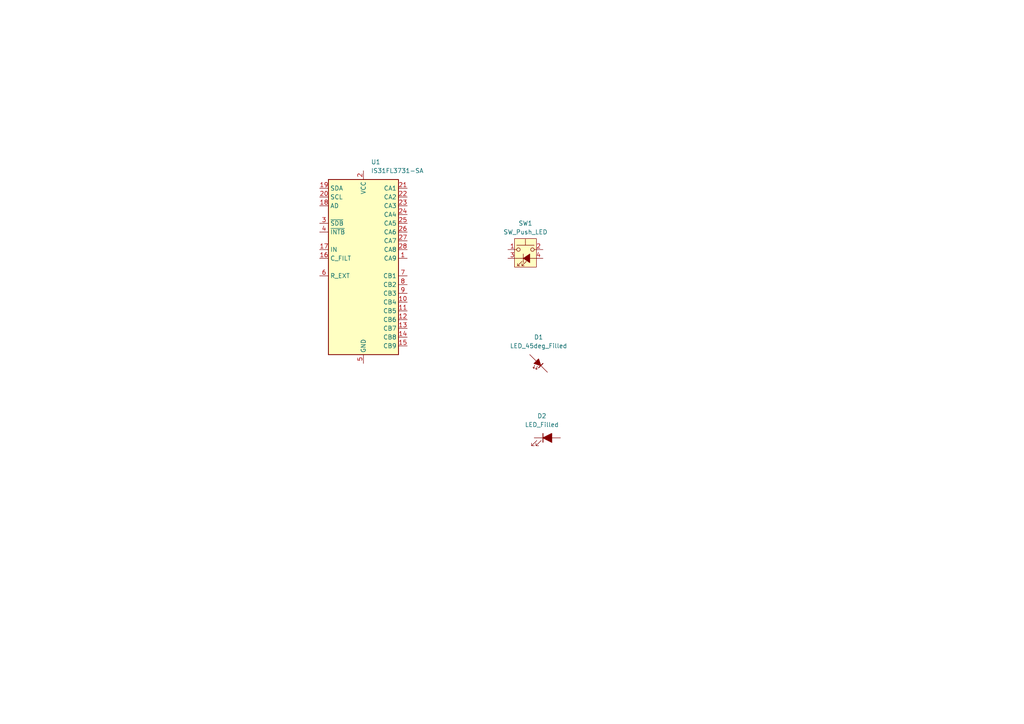
<source format=kicad_sch>
(kicad_sch
	(version 20231120)
	(generator "eeschema")
	(generator_version "8.0")
	(uuid "6fa13966-59c2-41de-a3b0-8b61238202f5")
	(paper "A4")
	(lib_symbols
		(symbol "Device:LED_45deg_Filled"
			(pin_numbers hide)
			(pin_names
				(offset 0) hide)
			(exclude_from_sim no)
			(in_bom yes)
			(on_board yes)
			(property "Reference" "D"
				(at 1.27 2.54 0)
				(effects
					(font
						(size 1.27 1.27)
					)
					(justify left)
				)
			)
			(property "Value" "LED_45deg_Filled"
				(at 1.27 0 0)
				(effects
					(font
						(size 1.27 1.27)
					)
					(justify left)
				)
			)
			(property "Footprint" ""
				(at 0 0 0)
				(effects
					(font
						(size 1.27 1.27)
					)
					(hide yes)
				)
			)
			(property "Datasheet" "~"
				(at 0 0 0)
				(effects
					(font
						(size 1.27 1.27)
					)
					(hide yes)
				)
			)
			(property "Description" "Light emitting diode, rotated by 45°"
				(at 0 0 0)
				(effects
					(font
						(size 1.27 1.27)
					)
					(hide yes)
				)
			)
			(property "ki_keywords" "LED diode"
				(at 0 0 0)
				(effects
					(font
						(size 1.27 1.27)
					)
					(hide yes)
				)
			)
			(property "ki_fp_filters" "LED* LED_SMD:* LED_THT:*"
				(at 0 0 0)
				(effects
					(font
						(size 1.27 1.27)
					)
					(hide yes)
				)
			)
			(symbol "LED_45deg_Filled_0_1"
				(polyline
					(pts
						(xy -1.4732 -1.4224) (xy -1.6256 -1.0668)
					)
					(stroke
						(width 0)
						(type default)
					)
					(fill
						(type none)
					)
				)
				(polyline
					(pts
						(xy -0.7112 -1.7272) (xy -0.8636 -1.3716)
					)
					(stroke
						(width 0)
						(type default)
					)
					(fill
						(type none)
					)
				)
				(polyline
					(pts
						(xy -0.635 0.635) (xy -2.54 2.54)
					)
					(stroke
						(width 0)
						(type default)
					)
					(fill
						(type none)
					)
				)
				(polyline
					(pts
						(xy 0 -1.27) (xy 1.27 0)
					)
					(stroke
						(width 0.254)
						(type default)
					)
					(fill
						(type none)
					)
				)
				(polyline
					(pts
						(xy 2.54 -2.54) (xy 0.635 -0.635)
					)
					(stroke
						(width 0)
						(type default)
					)
					(fill
						(type none)
					)
				)
				(polyline
					(pts
						(xy -1.1176 -0.508) (xy -1.4732 -1.4224) (xy -1.1176 -1.27)
					)
					(stroke
						(width 0)
						(type default)
					)
					(fill
						(type none)
					)
				)
				(polyline
					(pts
						(xy -0.3556 -0.8128) (xy -0.7112 -1.7272) (xy -0.3556 -1.5748)
					)
					(stroke
						(width 0)
						(type default)
					)
					(fill
						(type none)
					)
				)
			)
			(symbol "LED_45deg_Filled_1_1"
				(polyline
					(pts
						(xy -1.27 0) (xy 0 1.27) (xy 0.635 -0.635) (xy -1.27 0)
					)
					(stroke
						(width 0.254)
						(type default)
					)
					(fill
						(type outline)
					)
				)
				(pin passive line
					(at 2.54 -2.54 180)
					(length 0)
					(name "K"
						(effects
							(font
								(size 1.27 1.27)
							)
						)
					)
					(number "1"
						(effects
							(font
								(size 1.27 1.27)
							)
						)
					)
				)
				(pin passive line
					(at -2.54 2.54 0)
					(length 0)
					(name "A"
						(effects
							(font
								(size 1.27 1.27)
							)
						)
					)
					(number "2"
						(effects
							(font
								(size 1.27 1.27)
							)
						)
					)
				)
			)
		)
		(symbol "Device:LED_Filled"
			(pin_numbers hide)
			(pin_names
				(offset 1.016) hide)
			(exclude_from_sim no)
			(in_bom yes)
			(on_board yes)
			(property "Reference" "D"
				(at 0 2.54 0)
				(effects
					(font
						(size 1.27 1.27)
					)
				)
			)
			(property "Value" "LED_Filled"
				(at 0 -2.54 0)
				(effects
					(font
						(size 1.27 1.27)
					)
				)
			)
			(property "Footprint" ""
				(at 0 0 0)
				(effects
					(font
						(size 1.27 1.27)
					)
					(hide yes)
				)
			)
			(property "Datasheet" "~"
				(at 0 0 0)
				(effects
					(font
						(size 1.27 1.27)
					)
					(hide yes)
				)
			)
			(property "Description" "Light emitting diode, filled shape"
				(at 0 0 0)
				(effects
					(font
						(size 1.27 1.27)
					)
					(hide yes)
				)
			)
			(property "ki_keywords" "LED diode"
				(at 0 0 0)
				(effects
					(font
						(size 1.27 1.27)
					)
					(hide yes)
				)
			)
			(property "ki_fp_filters" "LED* LED_SMD:* LED_THT:*"
				(at 0 0 0)
				(effects
					(font
						(size 1.27 1.27)
					)
					(hide yes)
				)
			)
			(symbol "LED_Filled_0_1"
				(polyline
					(pts
						(xy -1.27 -1.27) (xy -1.27 1.27)
					)
					(stroke
						(width 0.254)
						(type default)
					)
					(fill
						(type none)
					)
				)
				(polyline
					(pts
						(xy -1.27 0) (xy 1.27 0)
					)
					(stroke
						(width 0)
						(type default)
					)
					(fill
						(type none)
					)
				)
				(polyline
					(pts
						(xy 1.27 -1.27) (xy 1.27 1.27) (xy -1.27 0) (xy 1.27 -1.27)
					)
					(stroke
						(width 0.254)
						(type default)
					)
					(fill
						(type outline)
					)
				)
				(polyline
					(pts
						(xy -3.048 -0.762) (xy -4.572 -2.286) (xy -3.81 -2.286) (xy -4.572 -2.286) (xy -4.572 -1.524)
					)
					(stroke
						(width 0)
						(type default)
					)
					(fill
						(type none)
					)
				)
				(polyline
					(pts
						(xy -1.778 -0.762) (xy -3.302 -2.286) (xy -2.54 -2.286) (xy -3.302 -2.286) (xy -3.302 -1.524)
					)
					(stroke
						(width 0)
						(type default)
					)
					(fill
						(type none)
					)
				)
			)
			(symbol "LED_Filled_1_1"
				(pin passive line
					(at -3.81 0 0)
					(length 2.54)
					(name "K"
						(effects
							(font
								(size 1.27 1.27)
							)
						)
					)
					(number "1"
						(effects
							(font
								(size 1.27 1.27)
							)
						)
					)
				)
				(pin passive line
					(at 3.81 0 180)
					(length 2.54)
					(name "A"
						(effects
							(font
								(size 1.27 1.27)
							)
						)
					)
					(number "2"
						(effects
							(font
								(size 1.27 1.27)
							)
						)
					)
				)
			)
		)
		(symbol "Driver_LED:IS31FL3731-SA"
			(exclude_from_sim no)
			(in_bom yes)
			(on_board yes)
			(property "Reference" "U"
				(at -10.16 26.035 0)
				(effects
					(font
						(size 1.27 1.27)
					)
					(justify left bottom)
				)
			)
			(property "Value" "IS31FL3731-SA"
				(at 2.54 -26.035 0)
				(effects
					(font
						(size 1.27 1.27)
					)
					(justify left top)
				)
			)
			(property "Footprint" "Package_SO:SSOP-28_5.3x10.2mm_P0.65mm"
				(at 0 0 0)
				(effects
					(font
						(size 1.27 1.27)
					)
					(hide yes)
				)
			)
			(property "Datasheet" "http://www.issi.com/WW/pdf/31FL3731.pdf"
				(at 0 0 0)
				(effects
					(font
						(size 1.27 1.27)
					)
					(hide yes)
				)
			)
			(property "Description" "9x16 LED matrix driver with 8-bit PWM and breathing, SSOP-28"
				(at 0 0 0)
				(effects
					(font
						(size 1.27 1.27)
					)
					(hide yes)
				)
			)
			(property "ki_keywords" "led matrix pwm"
				(at 0 0 0)
				(effects
					(font
						(size 1.27 1.27)
					)
					(hide yes)
				)
			)
			(property "ki_fp_filters" "SSOP*5.3x10.2mm*P0.65mm*"
				(at 0 0 0)
				(effects
					(font
						(size 1.27 1.27)
					)
					(hide yes)
				)
			)
			(symbol "IS31FL3731-SA_0_1"
				(rectangle
					(start -10.16 25.4)
					(end 10.16 -25.4)
					(stroke
						(width 0.254)
						(type default)
					)
					(fill
						(type background)
					)
				)
			)
			(symbol "IS31FL3731-SA_1_1"
				(pin bidirectional line
					(at 12.7 2.54 180)
					(length 2.54)
					(name "CA9"
						(effects
							(font
								(size 1.27 1.27)
							)
						)
					)
					(number "1"
						(effects
							(font
								(size 1.27 1.27)
							)
						)
					)
				)
				(pin bidirectional line
					(at 12.7 -10.16 180)
					(length 2.54)
					(name "CB4"
						(effects
							(font
								(size 1.27 1.27)
							)
						)
					)
					(number "10"
						(effects
							(font
								(size 1.27 1.27)
							)
						)
					)
				)
				(pin bidirectional line
					(at 12.7 -12.7 180)
					(length 2.54)
					(name "CB5"
						(effects
							(font
								(size 1.27 1.27)
							)
						)
					)
					(number "11"
						(effects
							(font
								(size 1.27 1.27)
							)
						)
					)
				)
				(pin bidirectional line
					(at 12.7 -15.24 180)
					(length 2.54)
					(name "CB6"
						(effects
							(font
								(size 1.27 1.27)
							)
						)
					)
					(number "12"
						(effects
							(font
								(size 1.27 1.27)
							)
						)
					)
				)
				(pin bidirectional line
					(at 12.7 -17.78 180)
					(length 2.54)
					(name "CB7"
						(effects
							(font
								(size 1.27 1.27)
							)
						)
					)
					(number "13"
						(effects
							(font
								(size 1.27 1.27)
							)
						)
					)
				)
				(pin bidirectional line
					(at 12.7 -20.32 180)
					(length 2.54)
					(name "CB8"
						(effects
							(font
								(size 1.27 1.27)
							)
						)
					)
					(number "14"
						(effects
							(font
								(size 1.27 1.27)
							)
						)
					)
				)
				(pin bidirectional line
					(at 12.7 -22.86 180)
					(length 2.54)
					(name "CB9"
						(effects
							(font
								(size 1.27 1.27)
							)
						)
					)
					(number "15"
						(effects
							(font
								(size 1.27 1.27)
							)
						)
					)
				)
				(pin passive line
					(at -12.7 2.54 0)
					(length 2.54)
					(name "C_FILT"
						(effects
							(font
								(size 1.27 1.27)
							)
						)
					)
					(number "16"
						(effects
							(font
								(size 1.27 1.27)
							)
						)
					)
				)
				(pin input line
					(at -12.7 5.08 0)
					(length 2.54)
					(name "IN"
						(effects
							(font
								(size 1.27 1.27)
							)
						)
					)
					(number "17"
						(effects
							(font
								(size 1.27 1.27)
							)
						)
					)
				)
				(pin input line
					(at -12.7 17.78 0)
					(length 2.54)
					(name "AD"
						(effects
							(font
								(size 1.27 1.27)
							)
						)
					)
					(number "18"
						(effects
							(font
								(size 1.27 1.27)
							)
						)
					)
				)
				(pin bidirectional line
					(at -12.7 22.86 0)
					(length 2.54)
					(name "SDA"
						(effects
							(font
								(size 1.27 1.27)
							)
						)
					)
					(number "19"
						(effects
							(font
								(size 1.27 1.27)
							)
						)
					)
				)
				(pin power_in line
					(at 0 27.94 270)
					(length 2.54)
					(name "VCC"
						(effects
							(font
								(size 1.27 1.27)
							)
						)
					)
					(number "2"
						(effects
							(font
								(size 1.27 1.27)
							)
						)
					)
				)
				(pin input line
					(at -12.7 20.32 0)
					(length 2.54)
					(name "SCL"
						(effects
							(font
								(size 1.27 1.27)
							)
						)
					)
					(number "20"
						(effects
							(font
								(size 1.27 1.27)
							)
						)
					)
				)
				(pin bidirectional line
					(at 12.7 22.86 180)
					(length 2.54)
					(name "CA1"
						(effects
							(font
								(size 1.27 1.27)
							)
						)
					)
					(number "21"
						(effects
							(font
								(size 1.27 1.27)
							)
						)
					)
				)
				(pin bidirectional line
					(at 12.7 20.32 180)
					(length 2.54)
					(name "CA2"
						(effects
							(font
								(size 1.27 1.27)
							)
						)
					)
					(number "22"
						(effects
							(font
								(size 1.27 1.27)
							)
						)
					)
				)
				(pin bidirectional line
					(at 12.7 17.78 180)
					(length 2.54)
					(name "CA3"
						(effects
							(font
								(size 1.27 1.27)
							)
						)
					)
					(number "23"
						(effects
							(font
								(size 1.27 1.27)
							)
						)
					)
				)
				(pin bidirectional line
					(at 12.7 15.24 180)
					(length 2.54)
					(name "CA4"
						(effects
							(font
								(size 1.27 1.27)
							)
						)
					)
					(number "24"
						(effects
							(font
								(size 1.27 1.27)
							)
						)
					)
				)
				(pin bidirectional line
					(at 12.7 12.7 180)
					(length 2.54)
					(name "CA5"
						(effects
							(font
								(size 1.27 1.27)
							)
						)
					)
					(number "25"
						(effects
							(font
								(size 1.27 1.27)
							)
						)
					)
				)
				(pin bidirectional line
					(at 12.7 10.16 180)
					(length 2.54)
					(name "CA6"
						(effects
							(font
								(size 1.27 1.27)
							)
						)
					)
					(number "26"
						(effects
							(font
								(size 1.27 1.27)
							)
						)
					)
				)
				(pin bidirectional line
					(at 12.7 7.62 180)
					(length 2.54)
					(name "CA7"
						(effects
							(font
								(size 1.27 1.27)
							)
						)
					)
					(number "27"
						(effects
							(font
								(size 1.27 1.27)
							)
						)
					)
				)
				(pin bidirectional line
					(at 12.7 5.08 180)
					(length 2.54)
					(name "CA8"
						(effects
							(font
								(size 1.27 1.27)
							)
						)
					)
					(number "28"
						(effects
							(font
								(size 1.27 1.27)
							)
						)
					)
				)
				(pin input line
					(at -12.7 12.7 0)
					(length 2.54)
					(name "~{SDB}"
						(effects
							(font
								(size 1.27 1.27)
							)
						)
					)
					(number "3"
						(effects
							(font
								(size 1.27 1.27)
							)
						)
					)
				)
				(pin open_collector line
					(at -12.7 10.16 0)
					(length 2.54)
					(name "~{INTB}"
						(effects
							(font
								(size 1.27 1.27)
							)
						)
					)
					(number "4"
						(effects
							(font
								(size 1.27 1.27)
							)
						)
					)
				)
				(pin power_in line
					(at 0 -27.94 90)
					(length 2.54)
					(name "GND"
						(effects
							(font
								(size 1.27 1.27)
							)
						)
					)
					(number "5"
						(effects
							(font
								(size 1.27 1.27)
							)
						)
					)
				)
				(pin passive line
					(at -12.7 -2.54 0)
					(length 2.54)
					(name "R_EXT"
						(effects
							(font
								(size 1.27 1.27)
							)
						)
					)
					(number "6"
						(effects
							(font
								(size 1.27 1.27)
							)
						)
					)
				)
				(pin bidirectional line
					(at 12.7 -2.54 180)
					(length 2.54)
					(name "CB1"
						(effects
							(font
								(size 1.27 1.27)
							)
						)
					)
					(number "7"
						(effects
							(font
								(size 1.27 1.27)
							)
						)
					)
				)
				(pin bidirectional line
					(at 12.7 -5.08 180)
					(length 2.54)
					(name "CB2"
						(effects
							(font
								(size 1.27 1.27)
							)
						)
					)
					(number "8"
						(effects
							(font
								(size 1.27 1.27)
							)
						)
					)
				)
				(pin bidirectional line
					(at 12.7 -7.62 180)
					(length 2.54)
					(name "CB3"
						(effects
							(font
								(size 1.27 1.27)
							)
						)
					)
					(number "9"
						(effects
							(font
								(size 1.27 1.27)
							)
						)
					)
				)
			)
		)
		(symbol "Switch:SW_Push_LED"
			(pin_names
				(offset 1.016) hide)
			(exclude_from_sim no)
			(in_bom yes)
			(on_board yes)
			(property "Reference" "SW"
				(at 0 7.62 0)
				(effects
					(font
						(size 1.27 1.27)
					)
				)
			)
			(property "Value" "SW_Push_LED"
				(at 0 -3.81 0)
				(effects
					(font
						(size 1.27 1.27)
					)
				)
			)
			(property "Footprint" ""
				(at 0 7.62 0)
				(effects
					(font
						(size 1.27 1.27)
					)
					(hide yes)
				)
			)
			(property "Datasheet" "~"
				(at 0 7.62 0)
				(effects
					(font
						(size 1.27 1.27)
					)
					(hide yes)
				)
			)
			(property "Description" "Push button switch with LED, generic"
				(at 0 0 0)
				(effects
					(font
						(size 1.27 1.27)
					)
					(hide yes)
				)
			)
			(property "ki_keywords" "switch normally-open pushbutton push-button LED"
				(at 0 0 0)
				(effects
					(font
						(size 1.27 1.27)
					)
					(hide yes)
				)
			)
			(symbol "SW_Push_LED_0_0"
				(polyline
					(pts
						(xy -2.54 0) (xy 2.54 0)
					)
					(stroke
						(width 0)
						(type default)
					)
					(fill
						(type none)
					)
				)
				(polyline
					(pts
						(xy -2.286 -2.159) (xy -1.016 -0.889)
					)
					(stroke
						(width 0)
						(type default)
					)
					(fill
						(type none)
					)
				)
				(polyline
					(pts
						(xy -1.016 -2.159) (xy 0.254 -0.889)
					)
					(stroke
						(width 0)
						(type default)
					)
					(fill
						(type none)
					)
				)
				(polyline
					(pts
						(xy -0.635 1.27) (xy -0.635 -1.27)
					)
					(stroke
						(width 0)
						(type default)
					)
					(fill
						(type none)
					)
				)
				(polyline
					(pts
						(xy -2.286 -1.524) (xy -2.286 -2.159) (xy -1.651 -2.159)
					)
					(stroke
						(width 0)
						(type default)
					)
					(fill
						(type none)
					)
				)
				(polyline
					(pts
						(xy -1.016 -1.524) (xy -1.016 -2.159) (xy -0.381 -2.159)
					)
					(stroke
						(width 0)
						(type default)
					)
					(fill
						(type none)
					)
				)
				(polyline
					(pts
						(xy -0.635 0) (xy 1.27 1.27) (xy 1.27 -1.27) (xy -0.635 0)
					)
					(stroke
						(width 0)
						(type default)
					)
					(fill
						(type outline)
					)
				)
			)
			(symbol "SW_Push_LED_0_1"
				(circle
					(center -2.032 2.54)
					(radius 0.508)
					(stroke
						(width 0)
						(type default)
					)
					(fill
						(type none)
					)
				)
				(polyline
					(pts
						(xy 0 3.81) (xy 0 5.588)
					)
					(stroke
						(width 0)
						(type default)
					)
					(fill
						(type none)
					)
				)
				(polyline
					(pts
						(xy 2.54 3.81) (xy -2.54 3.81)
					)
					(stroke
						(width 0)
						(type default)
					)
					(fill
						(type none)
					)
				)
				(circle
					(center 2.032 2.54)
					(radius 0.508)
					(stroke
						(width 0)
						(type default)
					)
					(fill
						(type none)
					)
				)
				(pin passive line
					(at -5.08 2.54 0)
					(length 2.54)
					(name "1"
						(effects
							(font
								(size 1.27 1.27)
							)
						)
					)
					(number "1"
						(effects
							(font
								(size 1.27 1.27)
							)
						)
					)
				)
				(pin passive line
					(at 5.08 2.54 180)
					(length 2.54)
					(name "2"
						(effects
							(font
								(size 1.27 1.27)
							)
						)
					)
					(number "2"
						(effects
							(font
								(size 1.27 1.27)
							)
						)
					)
				)
				(pin passive line
					(at -5.08 0 0)
					(length 2.54)
					(name "K"
						(effects
							(font
								(size 1.27 1.27)
							)
						)
					)
					(number "3"
						(effects
							(font
								(size 1.27 1.27)
							)
						)
					)
				)
				(pin passive line
					(at 5.08 0 180)
					(length 2.54)
					(name "A"
						(effects
							(font
								(size 1.27 1.27)
							)
						)
					)
					(number "4"
						(effects
							(font
								(size 1.27 1.27)
							)
						)
					)
				)
			)
			(symbol "SW_Push_LED_1_1"
				(rectangle
					(start -3.175 5.715)
					(end 3.175 -2.54)
					(stroke
						(width 0)
						(type default)
					)
					(fill
						(type background)
					)
				)
			)
		)
	)
	(symbol
		(lib_id "Device:LED_45deg_Filled")
		(at 156.21 105.41 0)
		(unit 1)
		(exclude_from_sim no)
		(in_bom yes)
		(on_board yes)
		(dnp no)
		(fields_autoplaced yes)
		(uuid "6596f9ea-1eca-4710-b724-548a516179b4")
		(property "Reference" "D1"
			(at 156.21 97.79 0)
			(effects
				(font
					(size 1.27 1.27)
				)
			)
		)
		(property "Value" "LED_45deg_Filled"
			(at 156.21 100.33 0)
			(effects
				(font
					(size 1.27 1.27)
				)
			)
		)
		(property "Footprint" ""
			(at 156.21 105.41 0)
			(effects
				(font
					(size 1.27 1.27)
				)
				(hide yes)
			)
		)
		(property "Datasheet" "~"
			(at 156.21 105.41 0)
			(effects
				(font
					(size 1.27 1.27)
				)
				(hide yes)
			)
		)
		(property "Description" "Light emitting diode, rotated by 45°"
			(at 156.21 105.41 0)
			(effects
				(font
					(size 1.27 1.27)
				)
				(hide yes)
			)
		)
		(pin "1"
			(uuid "9db2f835-51d1-4a0b-9139-c718b8ed28e2")
		)
		(pin "2"
			(uuid "eb43e9f9-c220-4b7e-9419-0feb6c00999f")
		)
		(instances
			(project "IFL-Mux-Demo"
				(path "/6fa13966-59c2-41de-a3b0-8b61238202f5"
					(reference "D1")
					(unit 1)
				)
			)
		)
	)
	(symbol
		(lib_id "Switch:SW_Push_LED")
		(at 152.4 74.93 0)
		(unit 1)
		(exclude_from_sim no)
		(in_bom yes)
		(on_board yes)
		(dnp no)
		(fields_autoplaced yes)
		(uuid "b32c2867-dc0e-494b-9faf-21300d8a2c12")
		(property "Reference" "SW1"
			(at 152.4 64.77 0)
			(effects
				(font
					(size 1.27 1.27)
				)
			)
		)
		(property "Value" "SW_Push_LED"
			(at 152.4 67.31 0)
			(effects
				(font
					(size 1.27 1.27)
				)
			)
		)
		(property "Footprint" ""
			(at 152.4 67.31 0)
			(effects
				(font
					(size 1.27 1.27)
				)
				(hide yes)
			)
		)
		(property "Datasheet" "~"
			(at 152.4 67.31 0)
			(effects
				(font
					(size 1.27 1.27)
				)
				(hide yes)
			)
		)
		(property "Description" "Push button switch with LED, generic"
			(at 152.4 74.93 0)
			(effects
				(font
					(size 1.27 1.27)
				)
				(hide yes)
			)
		)
		(pin "2"
			(uuid "713296e8-aa41-4038-bdea-8f8ec7c357e2")
		)
		(pin "1"
			(uuid "07fc6c8d-bb90-42bf-8a46-63eae647d726")
		)
		(pin "3"
			(uuid "9f354aff-a47d-4eae-a6d0-007e25914888")
		)
		(pin "4"
			(uuid "c93b7efc-366e-4714-807f-8c111ca74d6d")
		)
		(instances
			(project "IFL-Mux-Demo"
				(path "/6fa13966-59c2-41de-a3b0-8b61238202f5"
					(reference "SW1")
					(unit 1)
				)
			)
		)
	)
	(symbol
		(lib_id "Device:LED_Filled")
		(at 158.75 127 0)
		(unit 1)
		(exclude_from_sim no)
		(in_bom yes)
		(on_board yes)
		(dnp no)
		(fields_autoplaced yes)
		(uuid "f8a3f9e4-566e-46cf-b647-0781ab53dc19")
		(property "Reference" "D2"
			(at 157.1625 120.65 0)
			(effects
				(font
					(size 1.27 1.27)
				)
			)
		)
		(property "Value" "LED_Filled"
			(at 157.1625 123.19 0)
			(effects
				(font
					(size 1.27 1.27)
				)
			)
		)
		(property "Footprint" ""
			(at 158.75 127 0)
			(effects
				(font
					(size 1.27 1.27)
				)
				(hide yes)
			)
		)
		(property "Datasheet" "~"
			(at 158.75 127 0)
			(effects
				(font
					(size 1.27 1.27)
				)
				(hide yes)
			)
		)
		(property "Description" "Light emitting diode, filled shape"
			(at 158.75 127 0)
			(effects
				(font
					(size 1.27 1.27)
				)
				(hide yes)
			)
		)
		(pin "1"
			(uuid "ce4fa170-dcda-4f75-8681-3e5080c48495")
		)
		(pin "2"
			(uuid "20f0ee3b-7bec-4ecd-9134-6a6bbac14573")
		)
		(instances
			(project "IFL-Mux-Demo"
				(path "/6fa13966-59c2-41de-a3b0-8b61238202f5"
					(reference "D2")
					(unit 1)
				)
			)
		)
	)
	(symbol
		(lib_id "Driver_LED:IS31FL3731-SA")
		(at 105.41 77.47 0)
		(unit 1)
		(exclude_from_sim no)
		(in_bom yes)
		(on_board yes)
		(dnp no)
		(fields_autoplaced yes)
		(uuid "fce88bdb-a5e4-4cf1-90ac-d220c17b09f0")
		(property "Reference" "U1"
			(at 107.6041 46.99 0)
			(effects
				(font
					(size 1.27 1.27)
				)
				(justify left)
			)
		)
		(property "Value" "IS31FL3731-SA"
			(at 107.6041 49.53 0)
			(effects
				(font
					(size 1.27 1.27)
				)
				(justify left)
			)
		)
		(property "Footprint" "Package_SO:SSOP-28_5.3x10.2mm_P0.65mm"
			(at 105.41 77.47 0)
			(effects
				(font
					(size 1.27 1.27)
				)
				(hide yes)
			)
		)
		(property "Datasheet" "http://www.issi.com/WW/pdf/31FL3731.pdf"
			(at 105.41 77.47 0)
			(effects
				(font
					(size 1.27 1.27)
				)
				(hide yes)
			)
		)
		(property "Description" "9x16 LED matrix driver with 8-bit PWM and breathing, SSOP-28"
			(at 105.41 77.47 0)
			(effects
				(font
					(size 1.27 1.27)
				)
				(hide yes)
			)
		)
		(pin "11"
			(uuid "290e0c1e-29b8-4159-b3b8-5ac9099c1e71")
		)
		(pin "15"
			(uuid "772464aa-2f4b-4005-b1c6-595a6d8a735a")
		)
		(pin "24"
			(uuid "ba4769e4-e800-4075-8d81-08067e5854f6")
		)
		(pin "18"
			(uuid "8cfb7570-1884-4c19-bcf7-b3dbb93325ac")
		)
		(pin "22"
			(uuid "ecb79d96-732f-4cc8-ba9b-289ae0631b96")
		)
		(pin "14"
			(uuid "3a172b44-8b2c-4ed3-a891-0f12c85ad2fd")
		)
		(pin "20"
			(uuid "f2d4cf32-97dc-43ea-97af-1ac470b97eea")
		)
		(pin "3"
			(uuid "741ca7a2-e2a3-4859-b09d-39ae23c3ad60")
		)
		(pin "9"
			(uuid "0983655e-0de4-4978-a6cb-4ed4ec743b23")
		)
		(pin "10"
			(uuid "9e113727-1452-4e00-961c-aa8019ff8218")
		)
		(pin "26"
			(uuid "76e72477-1eac-4946-b474-19f5d9ee879c")
		)
		(pin "23"
			(uuid "0aa0c76a-d540-4b6d-a066-dbf6160a5bbe")
		)
		(pin "7"
			(uuid "600bcf67-03d2-42a8-a5b8-90039ff80a50")
		)
		(pin "12"
			(uuid "9d7e86d1-2972-4c6f-b9c1-65efc5acc390")
		)
		(pin "27"
			(uuid "dff9c5a6-1a61-4c75-be60-d5e32f29c423")
		)
		(pin "8"
			(uuid "04babd43-3a39-4fe6-bf0d-724fd91a7c3e")
		)
		(pin "16"
			(uuid "b013f6b6-a0e4-41e3-a6c9-9e0348719384")
		)
		(pin "25"
			(uuid "4e86d6b4-4c57-4bf8-8907-ea8380275ee8")
		)
		(pin "2"
			(uuid "22298c88-13c0-4e78-a978-f38f3437c52b")
		)
		(pin "28"
			(uuid "e01a3d73-5281-4ce1-8746-140c258c84c0")
		)
		(pin "1"
			(uuid "34faa9e2-c3ec-4a58-971b-a5d2fb6c91b6")
		)
		(pin "19"
			(uuid "24b7b14e-59de-4841-b88d-ce1e1eab636d")
		)
		(pin "21"
			(uuid "dc4fcc96-8490-4f6f-896c-2a26897125d5")
		)
		(pin "4"
			(uuid "141f331c-9bdd-4a75-bd12-e55135b10d4a")
		)
		(pin "6"
			(uuid "b2b5d03d-b559-46b8-82a8-add749379836")
		)
		(pin "17"
			(uuid "f047ff31-8570-4b74-8da2-626bfb620435")
		)
		(pin "5"
			(uuid "874525e1-2ecb-4696-ab6f-750b118b3e66")
		)
		(pin "13"
			(uuid "433d103b-6004-4d6c-a389-2574f0fe6e2d")
		)
		(instances
			(project "IFL-Mux-Demo"
				(path "/6fa13966-59c2-41de-a3b0-8b61238202f5"
					(reference "U1")
					(unit 1)
				)
			)
		)
	)
	(sheet_instances
		(path "/"
			(page "1")
		)
	)
)

</source>
